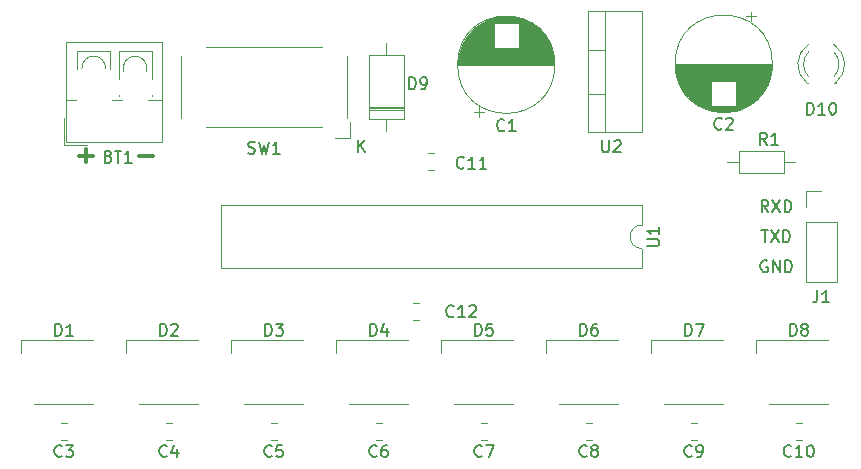
<source format=gbr>
%TF.GenerationSoftware,KiCad,Pcbnew,(5.1.9)-1*%
%TF.CreationDate,2021-05-12T14:49:38+07:00*%
%TF.ProjectId,finalProject,66696e61-6c50-4726-9f6a-6563742e6b69,rev?*%
%TF.SameCoordinates,Original*%
%TF.FileFunction,Legend,Top*%
%TF.FilePolarity,Positive*%
%FSLAX46Y46*%
G04 Gerber Fmt 4.6, Leading zero omitted, Abs format (unit mm)*
G04 Created by KiCad (PCBNEW (5.1.9)-1) date 2021-05-12 14:49:38*
%MOMM*%
%LPD*%
G01*
G04 APERTURE LIST*
%ADD10C,0.300000*%
%ADD11C,0.150000*%
%ADD12C,0.120000*%
G04 APERTURE END LIST*
D10*
X115633571Y-85832142D02*
X116776428Y-85832142D01*
X110553571Y-85832142D02*
X111696428Y-85832142D01*
X111125000Y-86403571D02*
X111125000Y-85260714D01*
D11*
X168783095Y-94750000D02*
X168687857Y-94702380D01*
X168545000Y-94702380D01*
X168402142Y-94750000D01*
X168306904Y-94845238D01*
X168259285Y-94940476D01*
X168211666Y-95130952D01*
X168211666Y-95273809D01*
X168259285Y-95464285D01*
X168306904Y-95559523D01*
X168402142Y-95654761D01*
X168545000Y-95702380D01*
X168640238Y-95702380D01*
X168783095Y-95654761D01*
X168830714Y-95607142D01*
X168830714Y-95273809D01*
X168640238Y-95273809D01*
X169259285Y-95702380D02*
X169259285Y-94702380D01*
X169830714Y-95702380D01*
X169830714Y-94702380D01*
X170306904Y-95702380D02*
X170306904Y-94702380D01*
X170545000Y-94702380D01*
X170687857Y-94750000D01*
X170783095Y-94845238D01*
X170830714Y-94940476D01*
X170878333Y-95130952D01*
X170878333Y-95273809D01*
X170830714Y-95464285D01*
X170783095Y-95559523D01*
X170687857Y-95654761D01*
X170545000Y-95702380D01*
X170306904Y-95702380D01*
X168283095Y-92162380D02*
X168854523Y-92162380D01*
X168568809Y-93162380D02*
X168568809Y-92162380D01*
X169092619Y-92162380D02*
X169759285Y-93162380D01*
X169759285Y-92162380D02*
X169092619Y-93162380D01*
X170140238Y-93162380D02*
X170140238Y-92162380D01*
X170378333Y-92162380D01*
X170521190Y-92210000D01*
X170616428Y-92305238D01*
X170664047Y-92400476D01*
X170711666Y-92590952D01*
X170711666Y-92733809D01*
X170664047Y-92924285D01*
X170616428Y-93019523D01*
X170521190Y-93114761D01*
X170378333Y-93162380D01*
X170140238Y-93162380D01*
X168878333Y-90622380D02*
X168545000Y-90146190D01*
X168306904Y-90622380D02*
X168306904Y-89622380D01*
X168687857Y-89622380D01*
X168783095Y-89670000D01*
X168830714Y-89717619D01*
X168878333Y-89812857D01*
X168878333Y-89955714D01*
X168830714Y-90050952D01*
X168783095Y-90098571D01*
X168687857Y-90146190D01*
X168306904Y-90146190D01*
X169211666Y-89622380D02*
X169878333Y-90622380D01*
X169878333Y-89622380D02*
X169211666Y-90622380D01*
X170259285Y-90622380D02*
X170259285Y-89622380D01*
X170497380Y-89622380D01*
X170640238Y-89670000D01*
X170735476Y-89765238D01*
X170783095Y-89860476D01*
X170830714Y-90050952D01*
X170830714Y-90193809D01*
X170783095Y-90384285D01*
X170735476Y-90479523D01*
X170640238Y-90574761D01*
X170497380Y-90622380D01*
X170259285Y-90622380D01*
D12*
%TO.C,C12*%
X138803748Y-98325000D02*
X139326252Y-98325000D01*
X138803748Y-99795000D02*
X139326252Y-99795000D01*
%TO.C,C11*%
X140574752Y-87095000D02*
X140052248Y-87095000D01*
X140574752Y-85625000D02*
X140052248Y-85625000D01*
%TO.C,C10*%
X171711252Y-109955000D02*
X171188748Y-109955000D01*
X171711252Y-108485000D02*
X171188748Y-108485000D01*
%TO.C,C9*%
X162821252Y-109955000D02*
X162298748Y-109955000D01*
X162821252Y-108485000D02*
X162298748Y-108485000D01*
%TO.C,C8*%
X153931252Y-109955000D02*
X153408748Y-109955000D01*
X153931252Y-108485000D02*
X153408748Y-108485000D01*
%TO.C,C7*%
X145041252Y-109955000D02*
X144518748Y-109955000D01*
X145041252Y-108485000D02*
X144518748Y-108485000D01*
%TO.C,C6*%
X136151252Y-109955000D02*
X135628748Y-109955000D01*
X136151252Y-108485000D02*
X135628748Y-108485000D01*
%TO.C,C5*%
X127261252Y-109955000D02*
X126738748Y-109955000D01*
X127261252Y-108485000D02*
X126738748Y-108485000D01*
%TO.C,C4*%
X118371252Y-109955000D02*
X117848748Y-109955000D01*
X118371252Y-108485000D02*
X117848748Y-108485000D01*
%TO.C,C3*%
X109481252Y-109955000D02*
X108958748Y-109955000D01*
X109481252Y-108485000D02*
X108958748Y-108485000D01*
%TO.C,J1*%
X172025000Y-96580000D02*
X174685000Y-96580000D01*
X172025000Y-91440000D02*
X172025000Y-96580000D01*
X174685000Y-91440000D02*
X174685000Y-96580000D01*
X172025000Y-91440000D02*
X174685000Y-91440000D01*
X172025000Y-90170000D02*
X172025000Y-88840000D01*
X172025000Y-88840000D02*
X173355000Y-88840000D01*
%TO.C,U2*%
X153575000Y-83860000D02*
X153575000Y-73620000D01*
X158216000Y-83860000D02*
X158216000Y-73620000D01*
X153575000Y-83860000D02*
X158216000Y-83860000D01*
X153575000Y-73620000D02*
X158216000Y-73620000D01*
X155085000Y-83860000D02*
X155085000Y-73620000D01*
X153575000Y-80590000D02*
X155085000Y-80590000D01*
X153575000Y-76889000D02*
X155085000Y-76889000D01*
%TO.C,U1*%
X158175000Y-91710000D02*
X158175000Y-90060000D01*
X158175000Y-90060000D02*
X122495000Y-90060000D01*
X122495000Y-90060000D02*
X122495000Y-95360000D01*
X122495000Y-95360000D02*
X158175000Y-95360000D01*
X158175000Y-95360000D02*
X158175000Y-93710000D01*
X158175000Y-93710000D02*
G75*
G02*
X158175000Y-91710000I0J1000000D01*
G01*
%TO.C,SW1*%
X133475000Y-84330000D02*
X132175000Y-84330000D01*
X133475000Y-83030000D02*
X133475000Y-84330000D01*
X121225000Y-76680000D02*
X131125000Y-76680000D01*
X131125000Y-83380000D02*
X121225000Y-83380000D01*
X133175000Y-77430000D02*
X133175000Y-82630000D01*
X119175000Y-82630000D02*
X119175000Y-77430000D01*
%TO.C,R1*%
X170195000Y-87280000D02*
X170195000Y-85440000D01*
X170195000Y-85440000D02*
X166355000Y-85440000D01*
X166355000Y-85440000D02*
X166355000Y-87280000D01*
X166355000Y-87280000D02*
X170195000Y-87280000D01*
X171145000Y-86360000D02*
X170195000Y-86360000D01*
X165405000Y-86360000D02*
X166355000Y-86360000D01*
%TO.C,D10*%
X172119000Y-79665000D02*
X172275000Y-79665000D01*
X174435000Y-79665000D02*
X174591000Y-79665000D01*
X174434837Y-77063870D02*
G75*
G02*
X174435000Y-79145961I-1079837J-1041130D01*
G01*
X172275163Y-77063870D02*
G75*
G03*
X172275000Y-79145961I1079837J-1041130D01*
G01*
X174433608Y-76432665D02*
G75*
G02*
X174590516Y-79665000I-1078608J-1672335D01*
G01*
X172276392Y-76432665D02*
G75*
G03*
X172119484Y-79665000I1078608J-1672335D01*
G01*
%TO.C,D9*%
X135055000Y-82730000D02*
X137995000Y-82730000D01*
X137995000Y-82730000D02*
X137995000Y-77290000D01*
X137995000Y-77290000D02*
X135055000Y-77290000D01*
X135055000Y-77290000D02*
X135055000Y-82730000D01*
X136525000Y-83750000D02*
X136525000Y-82730000D01*
X136525000Y-76270000D02*
X136525000Y-77290000D01*
X135055000Y-81830000D02*
X137995000Y-81830000D01*
X135055000Y-81710000D02*
X137995000Y-81710000D01*
X135055000Y-81950000D02*
X137995000Y-81950000D01*
%TO.C,D8*%
X167850000Y-101440000D02*
X173950000Y-101440000D01*
X167850000Y-102540000D02*
X167850000Y-101440000D01*
X173950000Y-106840000D02*
X168950000Y-106840000D01*
%TO.C,D7*%
X158960000Y-101440000D02*
X165060000Y-101440000D01*
X158960000Y-102540000D02*
X158960000Y-101440000D01*
X165060000Y-106840000D02*
X160060000Y-106840000D01*
%TO.C,D6*%
X150070000Y-101440000D02*
X156170000Y-101440000D01*
X150070000Y-102540000D02*
X150070000Y-101440000D01*
X156170000Y-106840000D02*
X151170000Y-106840000D01*
%TO.C,D5*%
X141180000Y-101440000D02*
X147280000Y-101440000D01*
X141180000Y-102540000D02*
X141180000Y-101440000D01*
X147280000Y-106840000D02*
X142280000Y-106840000D01*
%TO.C,D4*%
X132290000Y-101440000D02*
X138390000Y-101440000D01*
X132290000Y-102540000D02*
X132290000Y-101440000D01*
X138390000Y-106840000D02*
X133390000Y-106840000D01*
%TO.C,D3*%
X123400000Y-101440000D02*
X129500000Y-101440000D01*
X123400000Y-102540000D02*
X123400000Y-101440000D01*
X129500000Y-106840000D02*
X124500000Y-106840000D01*
%TO.C,D2*%
X114510000Y-101440000D02*
X120610000Y-101440000D01*
X114510000Y-102540000D02*
X114510000Y-101440000D01*
X120610000Y-106840000D02*
X115610000Y-106840000D01*
%TO.C,D1*%
X105620000Y-101440000D02*
X111720000Y-101440000D01*
X105620000Y-102540000D02*
X105620000Y-101440000D01*
X111720000Y-106840000D02*
X106720000Y-106840000D01*
%TO.C,C2*%
X169220000Y-78065000D02*
G75*
G03*
X169220000Y-78065000I-4120000J0D01*
G01*
X169180000Y-78065000D02*
X161020000Y-78065000D01*
X169180000Y-78105000D02*
X161020000Y-78105000D01*
X169180000Y-78145000D02*
X161020000Y-78145000D01*
X169179000Y-78185000D02*
X161021000Y-78185000D01*
X169177000Y-78225000D02*
X161023000Y-78225000D01*
X169176000Y-78265000D02*
X161024000Y-78265000D01*
X169174000Y-78305000D02*
X161026000Y-78305000D01*
X169171000Y-78345000D02*
X161029000Y-78345000D01*
X169168000Y-78385000D02*
X161032000Y-78385000D01*
X169165000Y-78425000D02*
X161035000Y-78425000D01*
X169161000Y-78465000D02*
X161039000Y-78465000D01*
X169157000Y-78505000D02*
X161043000Y-78505000D01*
X169152000Y-78545000D02*
X161048000Y-78545000D01*
X169148000Y-78585000D02*
X161052000Y-78585000D01*
X169142000Y-78625000D02*
X161058000Y-78625000D01*
X169137000Y-78665000D02*
X161063000Y-78665000D01*
X169130000Y-78705000D02*
X161070000Y-78705000D01*
X169124000Y-78745000D02*
X161076000Y-78745000D01*
X169117000Y-78786000D02*
X161083000Y-78786000D01*
X169110000Y-78826000D02*
X161090000Y-78826000D01*
X169102000Y-78866000D02*
X161098000Y-78866000D01*
X169094000Y-78906000D02*
X161106000Y-78906000D01*
X169085000Y-78946000D02*
X161115000Y-78946000D01*
X169076000Y-78986000D02*
X161124000Y-78986000D01*
X169067000Y-79026000D02*
X161133000Y-79026000D01*
X169057000Y-79066000D02*
X161143000Y-79066000D01*
X169047000Y-79106000D02*
X161153000Y-79106000D01*
X169036000Y-79146000D02*
X161164000Y-79146000D01*
X169025000Y-79186000D02*
X161175000Y-79186000D01*
X169014000Y-79226000D02*
X161186000Y-79226000D01*
X169002000Y-79266000D02*
X161198000Y-79266000D01*
X168989000Y-79306000D02*
X161211000Y-79306000D01*
X168977000Y-79346000D02*
X161223000Y-79346000D01*
X168963000Y-79386000D02*
X161237000Y-79386000D01*
X168950000Y-79426000D02*
X161250000Y-79426000D01*
X168935000Y-79466000D02*
X161265000Y-79466000D01*
X168921000Y-79506000D02*
X161279000Y-79506000D01*
X168905000Y-79546000D02*
X166140000Y-79546000D01*
X164060000Y-79546000D02*
X161295000Y-79546000D01*
X168890000Y-79586000D02*
X166140000Y-79586000D01*
X164060000Y-79586000D02*
X161310000Y-79586000D01*
X168874000Y-79626000D02*
X166140000Y-79626000D01*
X164060000Y-79626000D02*
X161326000Y-79626000D01*
X168857000Y-79666000D02*
X166140000Y-79666000D01*
X164060000Y-79666000D02*
X161343000Y-79666000D01*
X168840000Y-79706000D02*
X166140000Y-79706000D01*
X164060000Y-79706000D02*
X161360000Y-79706000D01*
X168822000Y-79746000D02*
X166140000Y-79746000D01*
X164060000Y-79746000D02*
X161378000Y-79746000D01*
X168804000Y-79786000D02*
X166140000Y-79786000D01*
X164060000Y-79786000D02*
X161396000Y-79786000D01*
X168786000Y-79826000D02*
X166140000Y-79826000D01*
X164060000Y-79826000D02*
X161414000Y-79826000D01*
X168766000Y-79866000D02*
X166140000Y-79866000D01*
X164060000Y-79866000D02*
X161434000Y-79866000D01*
X168747000Y-79906000D02*
X166140000Y-79906000D01*
X164060000Y-79906000D02*
X161453000Y-79906000D01*
X168727000Y-79946000D02*
X166140000Y-79946000D01*
X164060000Y-79946000D02*
X161473000Y-79946000D01*
X168706000Y-79986000D02*
X166140000Y-79986000D01*
X164060000Y-79986000D02*
X161494000Y-79986000D01*
X168684000Y-80026000D02*
X166140000Y-80026000D01*
X164060000Y-80026000D02*
X161516000Y-80026000D01*
X168662000Y-80066000D02*
X166140000Y-80066000D01*
X164060000Y-80066000D02*
X161538000Y-80066000D01*
X168640000Y-80106000D02*
X166140000Y-80106000D01*
X164060000Y-80106000D02*
X161560000Y-80106000D01*
X168617000Y-80146000D02*
X166140000Y-80146000D01*
X164060000Y-80146000D02*
X161583000Y-80146000D01*
X168593000Y-80186000D02*
X166140000Y-80186000D01*
X164060000Y-80186000D02*
X161607000Y-80186000D01*
X168569000Y-80226000D02*
X166140000Y-80226000D01*
X164060000Y-80226000D02*
X161631000Y-80226000D01*
X168544000Y-80266000D02*
X166140000Y-80266000D01*
X164060000Y-80266000D02*
X161656000Y-80266000D01*
X168518000Y-80306000D02*
X166140000Y-80306000D01*
X164060000Y-80306000D02*
X161682000Y-80306000D01*
X168492000Y-80346000D02*
X166140000Y-80346000D01*
X164060000Y-80346000D02*
X161708000Y-80346000D01*
X168465000Y-80386000D02*
X166140000Y-80386000D01*
X164060000Y-80386000D02*
X161735000Y-80386000D01*
X168438000Y-80426000D02*
X166140000Y-80426000D01*
X164060000Y-80426000D02*
X161762000Y-80426000D01*
X168409000Y-80466000D02*
X166140000Y-80466000D01*
X164060000Y-80466000D02*
X161791000Y-80466000D01*
X168380000Y-80506000D02*
X166140000Y-80506000D01*
X164060000Y-80506000D02*
X161820000Y-80506000D01*
X168350000Y-80546000D02*
X166140000Y-80546000D01*
X164060000Y-80546000D02*
X161850000Y-80546000D01*
X168320000Y-80586000D02*
X166140000Y-80586000D01*
X164060000Y-80586000D02*
X161880000Y-80586000D01*
X168289000Y-80626000D02*
X166140000Y-80626000D01*
X164060000Y-80626000D02*
X161911000Y-80626000D01*
X168256000Y-80666000D02*
X166140000Y-80666000D01*
X164060000Y-80666000D02*
X161944000Y-80666000D01*
X168224000Y-80706000D02*
X166140000Y-80706000D01*
X164060000Y-80706000D02*
X161976000Y-80706000D01*
X168190000Y-80746000D02*
X166140000Y-80746000D01*
X164060000Y-80746000D02*
X162010000Y-80746000D01*
X168155000Y-80786000D02*
X166140000Y-80786000D01*
X164060000Y-80786000D02*
X162045000Y-80786000D01*
X168119000Y-80826000D02*
X166140000Y-80826000D01*
X164060000Y-80826000D02*
X162081000Y-80826000D01*
X168083000Y-80866000D02*
X166140000Y-80866000D01*
X164060000Y-80866000D02*
X162117000Y-80866000D01*
X168045000Y-80906000D02*
X166140000Y-80906000D01*
X164060000Y-80906000D02*
X162155000Y-80906000D01*
X168007000Y-80946000D02*
X166140000Y-80946000D01*
X164060000Y-80946000D02*
X162193000Y-80946000D01*
X167967000Y-80986000D02*
X166140000Y-80986000D01*
X164060000Y-80986000D02*
X162233000Y-80986000D01*
X167926000Y-81026000D02*
X166140000Y-81026000D01*
X164060000Y-81026000D02*
X162274000Y-81026000D01*
X167884000Y-81066000D02*
X166140000Y-81066000D01*
X164060000Y-81066000D02*
X162316000Y-81066000D01*
X167841000Y-81106000D02*
X166140000Y-81106000D01*
X164060000Y-81106000D02*
X162359000Y-81106000D01*
X167797000Y-81146000D02*
X166140000Y-81146000D01*
X164060000Y-81146000D02*
X162403000Y-81146000D01*
X167751000Y-81186000D02*
X166140000Y-81186000D01*
X164060000Y-81186000D02*
X162449000Y-81186000D01*
X167704000Y-81226000D02*
X166140000Y-81226000D01*
X164060000Y-81226000D02*
X162496000Y-81226000D01*
X167656000Y-81266000D02*
X166140000Y-81266000D01*
X164060000Y-81266000D02*
X162544000Y-81266000D01*
X167605000Y-81306000D02*
X166140000Y-81306000D01*
X164060000Y-81306000D02*
X162595000Y-81306000D01*
X167554000Y-81346000D02*
X166140000Y-81346000D01*
X164060000Y-81346000D02*
X162646000Y-81346000D01*
X167500000Y-81386000D02*
X166140000Y-81386000D01*
X164060000Y-81386000D02*
X162700000Y-81386000D01*
X167445000Y-81426000D02*
X166140000Y-81426000D01*
X164060000Y-81426000D02*
X162755000Y-81426000D01*
X167387000Y-81466000D02*
X166140000Y-81466000D01*
X164060000Y-81466000D02*
X162813000Y-81466000D01*
X167328000Y-81506000D02*
X166140000Y-81506000D01*
X164060000Y-81506000D02*
X162872000Y-81506000D01*
X167266000Y-81546000D02*
X166140000Y-81546000D01*
X164060000Y-81546000D02*
X162934000Y-81546000D01*
X167202000Y-81586000D02*
X166140000Y-81586000D01*
X164060000Y-81586000D02*
X162998000Y-81586000D01*
X167134000Y-81626000D02*
X163066000Y-81626000D01*
X167064000Y-81666000D02*
X163136000Y-81666000D01*
X166990000Y-81706000D02*
X163210000Y-81706000D01*
X166913000Y-81746000D02*
X163287000Y-81746000D01*
X166831000Y-81786000D02*
X163369000Y-81786000D01*
X166745000Y-81826000D02*
X163455000Y-81826000D01*
X166652000Y-81866000D02*
X163548000Y-81866000D01*
X166553000Y-81906000D02*
X163647000Y-81906000D01*
X166446000Y-81946000D02*
X163754000Y-81946000D01*
X166329000Y-81986000D02*
X163871000Y-81986000D01*
X166198000Y-82026000D02*
X164002000Y-82026000D01*
X166048000Y-82066000D02*
X164152000Y-82066000D01*
X165868000Y-82106000D02*
X164332000Y-82106000D01*
X165633000Y-82146000D02*
X164567000Y-82146000D01*
X167415000Y-73655302D02*
X167415000Y-74455302D01*
X167815000Y-74055302D02*
X167015000Y-74055302D01*
%TO.C,C1*%
X150805000Y-78145000D02*
G75*
G03*
X150805000Y-78145000I-4120000J0D01*
G01*
X142605000Y-78145000D02*
X150765000Y-78145000D01*
X142605000Y-78105000D02*
X150765000Y-78105000D01*
X142605000Y-78065000D02*
X150765000Y-78065000D01*
X142606000Y-78025000D02*
X150764000Y-78025000D01*
X142608000Y-77985000D02*
X150762000Y-77985000D01*
X142609000Y-77945000D02*
X150761000Y-77945000D01*
X142611000Y-77905000D02*
X150759000Y-77905000D01*
X142614000Y-77865000D02*
X150756000Y-77865000D01*
X142617000Y-77825000D02*
X150753000Y-77825000D01*
X142620000Y-77785000D02*
X150750000Y-77785000D01*
X142624000Y-77745000D02*
X150746000Y-77745000D01*
X142628000Y-77705000D02*
X150742000Y-77705000D01*
X142633000Y-77665000D02*
X150737000Y-77665000D01*
X142637000Y-77625000D02*
X150733000Y-77625000D01*
X142643000Y-77585000D02*
X150727000Y-77585000D01*
X142648000Y-77545000D02*
X150722000Y-77545000D01*
X142655000Y-77505000D02*
X150715000Y-77505000D01*
X142661000Y-77465000D02*
X150709000Y-77465000D01*
X142668000Y-77424000D02*
X150702000Y-77424000D01*
X142675000Y-77384000D02*
X150695000Y-77384000D01*
X142683000Y-77344000D02*
X150687000Y-77344000D01*
X142691000Y-77304000D02*
X150679000Y-77304000D01*
X142700000Y-77264000D02*
X150670000Y-77264000D01*
X142709000Y-77224000D02*
X150661000Y-77224000D01*
X142718000Y-77184000D02*
X150652000Y-77184000D01*
X142728000Y-77144000D02*
X150642000Y-77144000D01*
X142738000Y-77104000D02*
X150632000Y-77104000D01*
X142749000Y-77064000D02*
X150621000Y-77064000D01*
X142760000Y-77024000D02*
X150610000Y-77024000D01*
X142771000Y-76984000D02*
X150599000Y-76984000D01*
X142783000Y-76944000D02*
X150587000Y-76944000D01*
X142796000Y-76904000D02*
X150574000Y-76904000D01*
X142808000Y-76864000D02*
X150562000Y-76864000D01*
X142822000Y-76824000D02*
X150548000Y-76824000D01*
X142835000Y-76784000D02*
X150535000Y-76784000D01*
X142850000Y-76744000D02*
X150520000Y-76744000D01*
X142864000Y-76704000D02*
X150506000Y-76704000D01*
X142880000Y-76664000D02*
X145645000Y-76664000D01*
X147725000Y-76664000D02*
X150490000Y-76664000D01*
X142895000Y-76624000D02*
X145645000Y-76624000D01*
X147725000Y-76624000D02*
X150475000Y-76624000D01*
X142911000Y-76584000D02*
X145645000Y-76584000D01*
X147725000Y-76584000D02*
X150459000Y-76584000D01*
X142928000Y-76544000D02*
X145645000Y-76544000D01*
X147725000Y-76544000D02*
X150442000Y-76544000D01*
X142945000Y-76504000D02*
X145645000Y-76504000D01*
X147725000Y-76504000D02*
X150425000Y-76504000D01*
X142963000Y-76464000D02*
X145645000Y-76464000D01*
X147725000Y-76464000D02*
X150407000Y-76464000D01*
X142981000Y-76424000D02*
X145645000Y-76424000D01*
X147725000Y-76424000D02*
X150389000Y-76424000D01*
X142999000Y-76384000D02*
X145645000Y-76384000D01*
X147725000Y-76384000D02*
X150371000Y-76384000D01*
X143019000Y-76344000D02*
X145645000Y-76344000D01*
X147725000Y-76344000D02*
X150351000Y-76344000D01*
X143038000Y-76304000D02*
X145645000Y-76304000D01*
X147725000Y-76304000D02*
X150332000Y-76304000D01*
X143058000Y-76264000D02*
X145645000Y-76264000D01*
X147725000Y-76264000D02*
X150312000Y-76264000D01*
X143079000Y-76224000D02*
X145645000Y-76224000D01*
X147725000Y-76224000D02*
X150291000Y-76224000D01*
X143101000Y-76184000D02*
X145645000Y-76184000D01*
X147725000Y-76184000D02*
X150269000Y-76184000D01*
X143123000Y-76144000D02*
X145645000Y-76144000D01*
X147725000Y-76144000D02*
X150247000Y-76144000D01*
X143145000Y-76104000D02*
X145645000Y-76104000D01*
X147725000Y-76104000D02*
X150225000Y-76104000D01*
X143168000Y-76064000D02*
X145645000Y-76064000D01*
X147725000Y-76064000D02*
X150202000Y-76064000D01*
X143192000Y-76024000D02*
X145645000Y-76024000D01*
X147725000Y-76024000D02*
X150178000Y-76024000D01*
X143216000Y-75984000D02*
X145645000Y-75984000D01*
X147725000Y-75984000D02*
X150154000Y-75984000D01*
X143241000Y-75944000D02*
X145645000Y-75944000D01*
X147725000Y-75944000D02*
X150129000Y-75944000D01*
X143267000Y-75904000D02*
X145645000Y-75904000D01*
X147725000Y-75904000D02*
X150103000Y-75904000D01*
X143293000Y-75864000D02*
X145645000Y-75864000D01*
X147725000Y-75864000D02*
X150077000Y-75864000D01*
X143320000Y-75824000D02*
X145645000Y-75824000D01*
X147725000Y-75824000D02*
X150050000Y-75824000D01*
X143347000Y-75784000D02*
X145645000Y-75784000D01*
X147725000Y-75784000D02*
X150023000Y-75784000D01*
X143376000Y-75744000D02*
X145645000Y-75744000D01*
X147725000Y-75744000D02*
X149994000Y-75744000D01*
X143405000Y-75704000D02*
X145645000Y-75704000D01*
X147725000Y-75704000D02*
X149965000Y-75704000D01*
X143435000Y-75664000D02*
X145645000Y-75664000D01*
X147725000Y-75664000D02*
X149935000Y-75664000D01*
X143465000Y-75624000D02*
X145645000Y-75624000D01*
X147725000Y-75624000D02*
X149905000Y-75624000D01*
X143496000Y-75584000D02*
X145645000Y-75584000D01*
X147725000Y-75584000D02*
X149874000Y-75584000D01*
X143529000Y-75544000D02*
X145645000Y-75544000D01*
X147725000Y-75544000D02*
X149841000Y-75544000D01*
X143561000Y-75504000D02*
X145645000Y-75504000D01*
X147725000Y-75504000D02*
X149809000Y-75504000D01*
X143595000Y-75464000D02*
X145645000Y-75464000D01*
X147725000Y-75464000D02*
X149775000Y-75464000D01*
X143630000Y-75424000D02*
X145645000Y-75424000D01*
X147725000Y-75424000D02*
X149740000Y-75424000D01*
X143666000Y-75384000D02*
X145645000Y-75384000D01*
X147725000Y-75384000D02*
X149704000Y-75384000D01*
X143702000Y-75344000D02*
X145645000Y-75344000D01*
X147725000Y-75344000D02*
X149668000Y-75344000D01*
X143740000Y-75304000D02*
X145645000Y-75304000D01*
X147725000Y-75304000D02*
X149630000Y-75304000D01*
X143778000Y-75264000D02*
X145645000Y-75264000D01*
X147725000Y-75264000D02*
X149592000Y-75264000D01*
X143818000Y-75224000D02*
X145645000Y-75224000D01*
X147725000Y-75224000D02*
X149552000Y-75224000D01*
X143859000Y-75184000D02*
X145645000Y-75184000D01*
X147725000Y-75184000D02*
X149511000Y-75184000D01*
X143901000Y-75144000D02*
X145645000Y-75144000D01*
X147725000Y-75144000D02*
X149469000Y-75144000D01*
X143944000Y-75104000D02*
X145645000Y-75104000D01*
X147725000Y-75104000D02*
X149426000Y-75104000D01*
X143988000Y-75064000D02*
X145645000Y-75064000D01*
X147725000Y-75064000D02*
X149382000Y-75064000D01*
X144034000Y-75024000D02*
X145645000Y-75024000D01*
X147725000Y-75024000D02*
X149336000Y-75024000D01*
X144081000Y-74984000D02*
X145645000Y-74984000D01*
X147725000Y-74984000D02*
X149289000Y-74984000D01*
X144129000Y-74944000D02*
X145645000Y-74944000D01*
X147725000Y-74944000D02*
X149241000Y-74944000D01*
X144180000Y-74904000D02*
X145645000Y-74904000D01*
X147725000Y-74904000D02*
X149190000Y-74904000D01*
X144231000Y-74864000D02*
X145645000Y-74864000D01*
X147725000Y-74864000D02*
X149139000Y-74864000D01*
X144285000Y-74824000D02*
X145645000Y-74824000D01*
X147725000Y-74824000D02*
X149085000Y-74824000D01*
X144340000Y-74784000D02*
X145645000Y-74784000D01*
X147725000Y-74784000D02*
X149030000Y-74784000D01*
X144398000Y-74744000D02*
X145645000Y-74744000D01*
X147725000Y-74744000D02*
X148972000Y-74744000D01*
X144457000Y-74704000D02*
X145645000Y-74704000D01*
X147725000Y-74704000D02*
X148913000Y-74704000D01*
X144519000Y-74664000D02*
X145645000Y-74664000D01*
X147725000Y-74664000D02*
X148851000Y-74664000D01*
X144583000Y-74624000D02*
X145645000Y-74624000D01*
X147725000Y-74624000D02*
X148787000Y-74624000D01*
X144651000Y-74584000D02*
X148719000Y-74584000D01*
X144721000Y-74544000D02*
X148649000Y-74544000D01*
X144795000Y-74504000D02*
X148575000Y-74504000D01*
X144872000Y-74464000D02*
X148498000Y-74464000D01*
X144954000Y-74424000D02*
X148416000Y-74424000D01*
X145040000Y-74384000D02*
X148330000Y-74384000D01*
X145133000Y-74344000D02*
X148237000Y-74344000D01*
X145232000Y-74304000D02*
X148138000Y-74304000D01*
X145339000Y-74264000D02*
X148031000Y-74264000D01*
X145456000Y-74224000D02*
X147914000Y-74224000D01*
X145587000Y-74184000D02*
X147783000Y-74184000D01*
X145737000Y-74144000D02*
X147633000Y-74144000D01*
X145917000Y-74104000D02*
X147453000Y-74104000D01*
X146152000Y-74064000D02*
X147218000Y-74064000D01*
X144370000Y-82554698D02*
X144370000Y-81754698D01*
X143970000Y-82154698D02*
X144770000Y-82154698D01*
%TO.C,BT1*%
X109450000Y-81111000D02*
X110220000Y-81111000D01*
X113300000Y-81111000D02*
X114127000Y-81111000D01*
X116394000Y-81111000D02*
X117570000Y-81111000D01*
X109450000Y-76250000D02*
X117570000Y-76250000D01*
X109450000Y-84670000D02*
X117570000Y-84670000D01*
X109450000Y-76250000D02*
X109450000Y-84670000D01*
X117570000Y-76250000D02*
X117570000Y-84670000D01*
X110360000Y-77010000D02*
X113160000Y-77010000D01*
X110360000Y-77010000D02*
X110360000Y-78470000D01*
X113160000Y-77010000D02*
X113160000Y-78470000D01*
X113860000Y-77010000D02*
X116660000Y-77010000D01*
X113860000Y-80760000D02*
X113861000Y-80760000D01*
X116660000Y-80760000D02*
X116660000Y-80760000D01*
X113860000Y-77010000D02*
X113860000Y-79321000D01*
X113860000Y-80699000D02*
X113860000Y-80760000D01*
X116660000Y-77010000D02*
X116660000Y-79321000D01*
X116660000Y-80699000D02*
X116660000Y-80760000D01*
X109210000Y-82670000D02*
X109210000Y-84910000D01*
X109210000Y-84910000D02*
X111210000Y-84910000D01*
X114320085Y-78752233D02*
G75*
G02*
X116200000Y-78752000I939915J342233D01*
G01*
X110762110Y-78480566D02*
G75*
G02*
X112758000Y-78479000I997890J70566D01*
G01*
%TO.C,C12*%
D11*
X142232142Y-99417142D02*
X142184523Y-99464761D01*
X142041666Y-99512380D01*
X141946428Y-99512380D01*
X141803571Y-99464761D01*
X141708333Y-99369523D01*
X141660714Y-99274285D01*
X141613095Y-99083809D01*
X141613095Y-98940952D01*
X141660714Y-98750476D01*
X141708333Y-98655238D01*
X141803571Y-98560000D01*
X141946428Y-98512380D01*
X142041666Y-98512380D01*
X142184523Y-98560000D01*
X142232142Y-98607619D01*
X143184523Y-99512380D02*
X142613095Y-99512380D01*
X142898809Y-99512380D02*
X142898809Y-98512380D01*
X142803571Y-98655238D01*
X142708333Y-98750476D01*
X142613095Y-98798095D01*
X143565476Y-98607619D02*
X143613095Y-98560000D01*
X143708333Y-98512380D01*
X143946428Y-98512380D01*
X144041666Y-98560000D01*
X144089285Y-98607619D01*
X144136904Y-98702857D01*
X144136904Y-98798095D01*
X144089285Y-98940952D01*
X143517857Y-99512380D01*
X144136904Y-99512380D01*
%TO.C,C11*%
X143099642Y-86844142D02*
X143052023Y-86891761D01*
X142909166Y-86939380D01*
X142813928Y-86939380D01*
X142671071Y-86891761D01*
X142575833Y-86796523D01*
X142528214Y-86701285D01*
X142480595Y-86510809D01*
X142480595Y-86367952D01*
X142528214Y-86177476D01*
X142575833Y-86082238D01*
X142671071Y-85987000D01*
X142813928Y-85939380D01*
X142909166Y-85939380D01*
X143052023Y-85987000D01*
X143099642Y-86034619D01*
X144052023Y-86939380D02*
X143480595Y-86939380D01*
X143766309Y-86939380D02*
X143766309Y-85939380D01*
X143671071Y-86082238D01*
X143575833Y-86177476D01*
X143480595Y-86225095D01*
X145004404Y-86939380D02*
X144432976Y-86939380D01*
X144718690Y-86939380D02*
X144718690Y-85939380D01*
X144623452Y-86082238D01*
X144528214Y-86177476D01*
X144432976Y-86225095D01*
%TO.C,C10*%
X170807142Y-111257142D02*
X170759523Y-111304761D01*
X170616666Y-111352380D01*
X170521428Y-111352380D01*
X170378571Y-111304761D01*
X170283333Y-111209523D01*
X170235714Y-111114285D01*
X170188095Y-110923809D01*
X170188095Y-110780952D01*
X170235714Y-110590476D01*
X170283333Y-110495238D01*
X170378571Y-110400000D01*
X170521428Y-110352380D01*
X170616666Y-110352380D01*
X170759523Y-110400000D01*
X170807142Y-110447619D01*
X171759523Y-111352380D02*
X171188095Y-111352380D01*
X171473809Y-111352380D02*
X171473809Y-110352380D01*
X171378571Y-110495238D01*
X171283333Y-110590476D01*
X171188095Y-110638095D01*
X172378571Y-110352380D02*
X172473809Y-110352380D01*
X172569047Y-110400000D01*
X172616666Y-110447619D01*
X172664285Y-110542857D01*
X172711904Y-110733333D01*
X172711904Y-110971428D01*
X172664285Y-111161904D01*
X172616666Y-111257142D01*
X172569047Y-111304761D01*
X172473809Y-111352380D01*
X172378571Y-111352380D01*
X172283333Y-111304761D01*
X172235714Y-111257142D01*
X172188095Y-111161904D01*
X172140476Y-110971428D01*
X172140476Y-110733333D01*
X172188095Y-110542857D01*
X172235714Y-110447619D01*
X172283333Y-110400000D01*
X172378571Y-110352380D01*
%TO.C,C9*%
X162393333Y-111257142D02*
X162345714Y-111304761D01*
X162202857Y-111352380D01*
X162107619Y-111352380D01*
X161964761Y-111304761D01*
X161869523Y-111209523D01*
X161821904Y-111114285D01*
X161774285Y-110923809D01*
X161774285Y-110780952D01*
X161821904Y-110590476D01*
X161869523Y-110495238D01*
X161964761Y-110400000D01*
X162107619Y-110352380D01*
X162202857Y-110352380D01*
X162345714Y-110400000D01*
X162393333Y-110447619D01*
X162869523Y-111352380D02*
X163060000Y-111352380D01*
X163155238Y-111304761D01*
X163202857Y-111257142D01*
X163298095Y-111114285D01*
X163345714Y-110923809D01*
X163345714Y-110542857D01*
X163298095Y-110447619D01*
X163250476Y-110400000D01*
X163155238Y-110352380D01*
X162964761Y-110352380D01*
X162869523Y-110400000D01*
X162821904Y-110447619D01*
X162774285Y-110542857D01*
X162774285Y-110780952D01*
X162821904Y-110876190D01*
X162869523Y-110923809D01*
X162964761Y-110971428D01*
X163155238Y-110971428D01*
X163250476Y-110923809D01*
X163298095Y-110876190D01*
X163345714Y-110780952D01*
%TO.C,C8*%
X153503333Y-111257142D02*
X153455714Y-111304761D01*
X153312857Y-111352380D01*
X153217619Y-111352380D01*
X153074761Y-111304761D01*
X152979523Y-111209523D01*
X152931904Y-111114285D01*
X152884285Y-110923809D01*
X152884285Y-110780952D01*
X152931904Y-110590476D01*
X152979523Y-110495238D01*
X153074761Y-110400000D01*
X153217619Y-110352380D01*
X153312857Y-110352380D01*
X153455714Y-110400000D01*
X153503333Y-110447619D01*
X154074761Y-110780952D02*
X153979523Y-110733333D01*
X153931904Y-110685714D01*
X153884285Y-110590476D01*
X153884285Y-110542857D01*
X153931904Y-110447619D01*
X153979523Y-110400000D01*
X154074761Y-110352380D01*
X154265238Y-110352380D01*
X154360476Y-110400000D01*
X154408095Y-110447619D01*
X154455714Y-110542857D01*
X154455714Y-110590476D01*
X154408095Y-110685714D01*
X154360476Y-110733333D01*
X154265238Y-110780952D01*
X154074761Y-110780952D01*
X153979523Y-110828571D01*
X153931904Y-110876190D01*
X153884285Y-110971428D01*
X153884285Y-111161904D01*
X153931904Y-111257142D01*
X153979523Y-111304761D01*
X154074761Y-111352380D01*
X154265238Y-111352380D01*
X154360476Y-111304761D01*
X154408095Y-111257142D01*
X154455714Y-111161904D01*
X154455714Y-110971428D01*
X154408095Y-110876190D01*
X154360476Y-110828571D01*
X154265238Y-110780952D01*
%TO.C,C7*%
X144613333Y-111257142D02*
X144565714Y-111304761D01*
X144422857Y-111352380D01*
X144327619Y-111352380D01*
X144184761Y-111304761D01*
X144089523Y-111209523D01*
X144041904Y-111114285D01*
X143994285Y-110923809D01*
X143994285Y-110780952D01*
X144041904Y-110590476D01*
X144089523Y-110495238D01*
X144184761Y-110400000D01*
X144327619Y-110352380D01*
X144422857Y-110352380D01*
X144565714Y-110400000D01*
X144613333Y-110447619D01*
X144946666Y-110352380D02*
X145613333Y-110352380D01*
X145184761Y-111352380D01*
%TO.C,C6*%
X135723333Y-111257142D02*
X135675714Y-111304761D01*
X135532857Y-111352380D01*
X135437619Y-111352380D01*
X135294761Y-111304761D01*
X135199523Y-111209523D01*
X135151904Y-111114285D01*
X135104285Y-110923809D01*
X135104285Y-110780952D01*
X135151904Y-110590476D01*
X135199523Y-110495238D01*
X135294761Y-110400000D01*
X135437619Y-110352380D01*
X135532857Y-110352380D01*
X135675714Y-110400000D01*
X135723333Y-110447619D01*
X136580476Y-110352380D02*
X136390000Y-110352380D01*
X136294761Y-110400000D01*
X136247142Y-110447619D01*
X136151904Y-110590476D01*
X136104285Y-110780952D01*
X136104285Y-111161904D01*
X136151904Y-111257142D01*
X136199523Y-111304761D01*
X136294761Y-111352380D01*
X136485238Y-111352380D01*
X136580476Y-111304761D01*
X136628095Y-111257142D01*
X136675714Y-111161904D01*
X136675714Y-110923809D01*
X136628095Y-110828571D01*
X136580476Y-110780952D01*
X136485238Y-110733333D01*
X136294761Y-110733333D01*
X136199523Y-110780952D01*
X136151904Y-110828571D01*
X136104285Y-110923809D01*
%TO.C,C5*%
X126833333Y-111257142D02*
X126785714Y-111304761D01*
X126642857Y-111352380D01*
X126547619Y-111352380D01*
X126404761Y-111304761D01*
X126309523Y-111209523D01*
X126261904Y-111114285D01*
X126214285Y-110923809D01*
X126214285Y-110780952D01*
X126261904Y-110590476D01*
X126309523Y-110495238D01*
X126404761Y-110400000D01*
X126547619Y-110352380D01*
X126642857Y-110352380D01*
X126785714Y-110400000D01*
X126833333Y-110447619D01*
X127738095Y-110352380D02*
X127261904Y-110352380D01*
X127214285Y-110828571D01*
X127261904Y-110780952D01*
X127357142Y-110733333D01*
X127595238Y-110733333D01*
X127690476Y-110780952D01*
X127738095Y-110828571D01*
X127785714Y-110923809D01*
X127785714Y-111161904D01*
X127738095Y-111257142D01*
X127690476Y-111304761D01*
X127595238Y-111352380D01*
X127357142Y-111352380D01*
X127261904Y-111304761D01*
X127214285Y-111257142D01*
%TO.C,C4*%
X117943333Y-111257142D02*
X117895714Y-111304761D01*
X117752857Y-111352380D01*
X117657619Y-111352380D01*
X117514761Y-111304761D01*
X117419523Y-111209523D01*
X117371904Y-111114285D01*
X117324285Y-110923809D01*
X117324285Y-110780952D01*
X117371904Y-110590476D01*
X117419523Y-110495238D01*
X117514761Y-110400000D01*
X117657619Y-110352380D01*
X117752857Y-110352380D01*
X117895714Y-110400000D01*
X117943333Y-110447619D01*
X118800476Y-110685714D02*
X118800476Y-111352380D01*
X118562380Y-110304761D02*
X118324285Y-111019047D01*
X118943333Y-111019047D01*
%TO.C,C3*%
X109053333Y-111257142D02*
X109005714Y-111304761D01*
X108862857Y-111352380D01*
X108767619Y-111352380D01*
X108624761Y-111304761D01*
X108529523Y-111209523D01*
X108481904Y-111114285D01*
X108434285Y-110923809D01*
X108434285Y-110780952D01*
X108481904Y-110590476D01*
X108529523Y-110495238D01*
X108624761Y-110400000D01*
X108767619Y-110352380D01*
X108862857Y-110352380D01*
X109005714Y-110400000D01*
X109053333Y-110447619D01*
X109386666Y-110352380D02*
X110005714Y-110352380D01*
X109672380Y-110733333D01*
X109815238Y-110733333D01*
X109910476Y-110780952D01*
X109958095Y-110828571D01*
X110005714Y-110923809D01*
X110005714Y-111161904D01*
X109958095Y-111257142D01*
X109910476Y-111304761D01*
X109815238Y-111352380D01*
X109529523Y-111352380D01*
X109434285Y-111304761D01*
X109386666Y-111257142D01*
%TO.C,J1*%
X173021666Y-97242380D02*
X173021666Y-97956666D01*
X172974047Y-98099523D01*
X172878809Y-98194761D01*
X172735952Y-98242380D01*
X172640714Y-98242380D01*
X174021666Y-98242380D02*
X173450238Y-98242380D01*
X173735952Y-98242380D02*
X173735952Y-97242380D01*
X173640714Y-97385238D01*
X173545476Y-97480476D01*
X173450238Y-97528095D01*
%TO.C,U2*%
X154813095Y-84542380D02*
X154813095Y-85351904D01*
X154860714Y-85447142D01*
X154908333Y-85494761D01*
X155003571Y-85542380D01*
X155194047Y-85542380D01*
X155289285Y-85494761D01*
X155336904Y-85447142D01*
X155384523Y-85351904D01*
X155384523Y-84542380D01*
X155813095Y-84637619D02*
X155860714Y-84590000D01*
X155955952Y-84542380D01*
X156194047Y-84542380D01*
X156289285Y-84590000D01*
X156336904Y-84637619D01*
X156384523Y-84732857D01*
X156384523Y-84828095D01*
X156336904Y-84970952D01*
X155765476Y-85542380D01*
X156384523Y-85542380D01*
%TO.C,U1*%
X158627380Y-93471904D02*
X159436904Y-93471904D01*
X159532142Y-93424285D01*
X159579761Y-93376666D01*
X159627380Y-93281428D01*
X159627380Y-93090952D01*
X159579761Y-92995714D01*
X159532142Y-92948095D01*
X159436904Y-92900476D01*
X158627380Y-92900476D01*
X159627380Y-91900476D02*
X159627380Y-92471904D01*
X159627380Y-92186190D02*
X158627380Y-92186190D01*
X158770238Y-92281428D01*
X158865476Y-92376666D01*
X158913095Y-92471904D01*
%TO.C,SW1*%
X124841666Y-85621761D02*
X124984523Y-85669380D01*
X125222619Y-85669380D01*
X125317857Y-85621761D01*
X125365476Y-85574142D01*
X125413095Y-85478904D01*
X125413095Y-85383666D01*
X125365476Y-85288428D01*
X125317857Y-85240809D01*
X125222619Y-85193190D01*
X125032142Y-85145571D01*
X124936904Y-85097952D01*
X124889285Y-85050333D01*
X124841666Y-84955095D01*
X124841666Y-84859857D01*
X124889285Y-84764619D01*
X124936904Y-84717000D01*
X125032142Y-84669380D01*
X125270238Y-84669380D01*
X125413095Y-84717000D01*
X125746428Y-84669380D02*
X125984523Y-85669380D01*
X126175000Y-84955095D01*
X126365476Y-85669380D01*
X126603571Y-84669380D01*
X127508333Y-85669380D02*
X126936904Y-85669380D01*
X127222619Y-85669380D02*
X127222619Y-84669380D01*
X127127380Y-84812238D01*
X127032142Y-84907476D01*
X126936904Y-84955095D01*
%TO.C,R1*%
X168743333Y-84907380D02*
X168410000Y-84431190D01*
X168171904Y-84907380D02*
X168171904Y-83907380D01*
X168552857Y-83907380D01*
X168648095Y-83955000D01*
X168695714Y-84002619D01*
X168743333Y-84097857D01*
X168743333Y-84240714D01*
X168695714Y-84335952D01*
X168648095Y-84383571D01*
X168552857Y-84431190D01*
X168171904Y-84431190D01*
X169695714Y-84907380D02*
X169124285Y-84907380D01*
X169410000Y-84907380D02*
X169410000Y-83907380D01*
X169314761Y-84050238D01*
X169219523Y-84145476D01*
X169124285Y-84193095D01*
%TO.C,D10*%
X172140714Y-82367380D02*
X172140714Y-81367380D01*
X172378809Y-81367380D01*
X172521666Y-81415000D01*
X172616904Y-81510238D01*
X172664523Y-81605476D01*
X172712142Y-81795952D01*
X172712142Y-81938809D01*
X172664523Y-82129285D01*
X172616904Y-82224523D01*
X172521666Y-82319761D01*
X172378809Y-82367380D01*
X172140714Y-82367380D01*
X173664523Y-82367380D02*
X173093095Y-82367380D01*
X173378809Y-82367380D02*
X173378809Y-81367380D01*
X173283571Y-81510238D01*
X173188333Y-81605476D01*
X173093095Y-81653095D01*
X174283571Y-81367380D02*
X174378809Y-81367380D01*
X174474047Y-81415000D01*
X174521666Y-81462619D01*
X174569285Y-81557857D01*
X174616904Y-81748333D01*
X174616904Y-81986428D01*
X174569285Y-82176904D01*
X174521666Y-82272142D01*
X174474047Y-82319761D01*
X174378809Y-82367380D01*
X174283571Y-82367380D01*
X174188333Y-82319761D01*
X174140714Y-82272142D01*
X174093095Y-82176904D01*
X174045476Y-81986428D01*
X174045476Y-81748333D01*
X174093095Y-81557857D01*
X174140714Y-81462619D01*
X174188333Y-81415000D01*
X174283571Y-81367380D01*
%TO.C,D9*%
X138453904Y-80208380D02*
X138453904Y-79208380D01*
X138692000Y-79208380D01*
X138834857Y-79256000D01*
X138930095Y-79351238D01*
X138977714Y-79446476D01*
X139025333Y-79636952D01*
X139025333Y-79779809D01*
X138977714Y-79970285D01*
X138930095Y-80065523D01*
X138834857Y-80160761D01*
X138692000Y-80208380D01*
X138453904Y-80208380D01*
X139501523Y-80208380D02*
X139692000Y-80208380D01*
X139787238Y-80160761D01*
X139834857Y-80113142D01*
X139930095Y-79970285D01*
X139977714Y-79779809D01*
X139977714Y-79398857D01*
X139930095Y-79303619D01*
X139882476Y-79256000D01*
X139787238Y-79208380D01*
X139596761Y-79208380D01*
X139501523Y-79256000D01*
X139453904Y-79303619D01*
X139406285Y-79398857D01*
X139406285Y-79636952D01*
X139453904Y-79732190D01*
X139501523Y-79779809D01*
X139596761Y-79827428D01*
X139787238Y-79827428D01*
X139882476Y-79779809D01*
X139930095Y-79732190D01*
X139977714Y-79636952D01*
X134163095Y-85542380D02*
X134163095Y-84542380D01*
X134734523Y-85542380D02*
X134305952Y-84970952D01*
X134734523Y-84542380D02*
X134163095Y-85113809D01*
%TO.C,D8*%
X170711904Y-101092380D02*
X170711904Y-100092380D01*
X170950000Y-100092380D01*
X171092857Y-100140000D01*
X171188095Y-100235238D01*
X171235714Y-100330476D01*
X171283333Y-100520952D01*
X171283333Y-100663809D01*
X171235714Y-100854285D01*
X171188095Y-100949523D01*
X171092857Y-101044761D01*
X170950000Y-101092380D01*
X170711904Y-101092380D01*
X171854761Y-100520952D02*
X171759523Y-100473333D01*
X171711904Y-100425714D01*
X171664285Y-100330476D01*
X171664285Y-100282857D01*
X171711904Y-100187619D01*
X171759523Y-100140000D01*
X171854761Y-100092380D01*
X172045238Y-100092380D01*
X172140476Y-100140000D01*
X172188095Y-100187619D01*
X172235714Y-100282857D01*
X172235714Y-100330476D01*
X172188095Y-100425714D01*
X172140476Y-100473333D01*
X172045238Y-100520952D01*
X171854761Y-100520952D01*
X171759523Y-100568571D01*
X171711904Y-100616190D01*
X171664285Y-100711428D01*
X171664285Y-100901904D01*
X171711904Y-100997142D01*
X171759523Y-101044761D01*
X171854761Y-101092380D01*
X172045238Y-101092380D01*
X172140476Y-101044761D01*
X172188095Y-100997142D01*
X172235714Y-100901904D01*
X172235714Y-100711428D01*
X172188095Y-100616190D01*
X172140476Y-100568571D01*
X172045238Y-100520952D01*
%TO.C,D7*%
X161821904Y-101092380D02*
X161821904Y-100092380D01*
X162060000Y-100092380D01*
X162202857Y-100140000D01*
X162298095Y-100235238D01*
X162345714Y-100330476D01*
X162393333Y-100520952D01*
X162393333Y-100663809D01*
X162345714Y-100854285D01*
X162298095Y-100949523D01*
X162202857Y-101044761D01*
X162060000Y-101092380D01*
X161821904Y-101092380D01*
X162726666Y-100092380D02*
X163393333Y-100092380D01*
X162964761Y-101092380D01*
%TO.C,D6*%
X152931904Y-101092380D02*
X152931904Y-100092380D01*
X153170000Y-100092380D01*
X153312857Y-100140000D01*
X153408095Y-100235238D01*
X153455714Y-100330476D01*
X153503333Y-100520952D01*
X153503333Y-100663809D01*
X153455714Y-100854285D01*
X153408095Y-100949523D01*
X153312857Y-101044761D01*
X153170000Y-101092380D01*
X152931904Y-101092380D01*
X154360476Y-100092380D02*
X154170000Y-100092380D01*
X154074761Y-100140000D01*
X154027142Y-100187619D01*
X153931904Y-100330476D01*
X153884285Y-100520952D01*
X153884285Y-100901904D01*
X153931904Y-100997142D01*
X153979523Y-101044761D01*
X154074761Y-101092380D01*
X154265238Y-101092380D01*
X154360476Y-101044761D01*
X154408095Y-100997142D01*
X154455714Y-100901904D01*
X154455714Y-100663809D01*
X154408095Y-100568571D01*
X154360476Y-100520952D01*
X154265238Y-100473333D01*
X154074761Y-100473333D01*
X153979523Y-100520952D01*
X153931904Y-100568571D01*
X153884285Y-100663809D01*
%TO.C,D5*%
X144041904Y-101092380D02*
X144041904Y-100092380D01*
X144280000Y-100092380D01*
X144422857Y-100140000D01*
X144518095Y-100235238D01*
X144565714Y-100330476D01*
X144613333Y-100520952D01*
X144613333Y-100663809D01*
X144565714Y-100854285D01*
X144518095Y-100949523D01*
X144422857Y-101044761D01*
X144280000Y-101092380D01*
X144041904Y-101092380D01*
X145518095Y-100092380D02*
X145041904Y-100092380D01*
X144994285Y-100568571D01*
X145041904Y-100520952D01*
X145137142Y-100473333D01*
X145375238Y-100473333D01*
X145470476Y-100520952D01*
X145518095Y-100568571D01*
X145565714Y-100663809D01*
X145565714Y-100901904D01*
X145518095Y-100997142D01*
X145470476Y-101044761D01*
X145375238Y-101092380D01*
X145137142Y-101092380D01*
X145041904Y-101044761D01*
X144994285Y-100997142D01*
%TO.C,D4*%
X135151904Y-101092380D02*
X135151904Y-100092380D01*
X135390000Y-100092380D01*
X135532857Y-100140000D01*
X135628095Y-100235238D01*
X135675714Y-100330476D01*
X135723333Y-100520952D01*
X135723333Y-100663809D01*
X135675714Y-100854285D01*
X135628095Y-100949523D01*
X135532857Y-101044761D01*
X135390000Y-101092380D01*
X135151904Y-101092380D01*
X136580476Y-100425714D02*
X136580476Y-101092380D01*
X136342380Y-100044761D02*
X136104285Y-100759047D01*
X136723333Y-100759047D01*
%TO.C,D3*%
X126261904Y-101092380D02*
X126261904Y-100092380D01*
X126500000Y-100092380D01*
X126642857Y-100140000D01*
X126738095Y-100235238D01*
X126785714Y-100330476D01*
X126833333Y-100520952D01*
X126833333Y-100663809D01*
X126785714Y-100854285D01*
X126738095Y-100949523D01*
X126642857Y-101044761D01*
X126500000Y-101092380D01*
X126261904Y-101092380D01*
X127166666Y-100092380D02*
X127785714Y-100092380D01*
X127452380Y-100473333D01*
X127595238Y-100473333D01*
X127690476Y-100520952D01*
X127738095Y-100568571D01*
X127785714Y-100663809D01*
X127785714Y-100901904D01*
X127738095Y-100997142D01*
X127690476Y-101044761D01*
X127595238Y-101092380D01*
X127309523Y-101092380D01*
X127214285Y-101044761D01*
X127166666Y-100997142D01*
%TO.C,D2*%
X117371904Y-101092380D02*
X117371904Y-100092380D01*
X117610000Y-100092380D01*
X117752857Y-100140000D01*
X117848095Y-100235238D01*
X117895714Y-100330476D01*
X117943333Y-100520952D01*
X117943333Y-100663809D01*
X117895714Y-100854285D01*
X117848095Y-100949523D01*
X117752857Y-101044761D01*
X117610000Y-101092380D01*
X117371904Y-101092380D01*
X118324285Y-100187619D02*
X118371904Y-100140000D01*
X118467142Y-100092380D01*
X118705238Y-100092380D01*
X118800476Y-100140000D01*
X118848095Y-100187619D01*
X118895714Y-100282857D01*
X118895714Y-100378095D01*
X118848095Y-100520952D01*
X118276666Y-101092380D01*
X118895714Y-101092380D01*
%TO.C,D1*%
X108481904Y-101092380D02*
X108481904Y-100092380D01*
X108720000Y-100092380D01*
X108862857Y-100140000D01*
X108958095Y-100235238D01*
X109005714Y-100330476D01*
X109053333Y-100520952D01*
X109053333Y-100663809D01*
X109005714Y-100854285D01*
X108958095Y-100949523D01*
X108862857Y-101044761D01*
X108720000Y-101092380D01*
X108481904Y-101092380D01*
X110005714Y-101092380D02*
X109434285Y-101092380D01*
X109720000Y-101092380D02*
X109720000Y-100092380D01*
X109624761Y-100235238D01*
X109529523Y-100330476D01*
X109434285Y-100378095D01*
%TO.C,C2*%
X164933333Y-83542142D02*
X164885714Y-83589761D01*
X164742857Y-83637380D01*
X164647619Y-83637380D01*
X164504761Y-83589761D01*
X164409523Y-83494523D01*
X164361904Y-83399285D01*
X164314285Y-83208809D01*
X164314285Y-83065952D01*
X164361904Y-82875476D01*
X164409523Y-82780238D01*
X164504761Y-82685000D01*
X164647619Y-82637380D01*
X164742857Y-82637380D01*
X164885714Y-82685000D01*
X164933333Y-82732619D01*
X165314285Y-82732619D02*
X165361904Y-82685000D01*
X165457142Y-82637380D01*
X165695238Y-82637380D01*
X165790476Y-82685000D01*
X165838095Y-82732619D01*
X165885714Y-82827857D01*
X165885714Y-82923095D01*
X165838095Y-83065952D01*
X165266666Y-83637380D01*
X165885714Y-83637380D01*
%TO.C,C1*%
X146518333Y-83669142D02*
X146470714Y-83716761D01*
X146327857Y-83764380D01*
X146232619Y-83764380D01*
X146089761Y-83716761D01*
X145994523Y-83621523D01*
X145946904Y-83526285D01*
X145899285Y-83335809D01*
X145899285Y-83192952D01*
X145946904Y-83002476D01*
X145994523Y-82907238D01*
X146089761Y-82812000D01*
X146232619Y-82764380D01*
X146327857Y-82764380D01*
X146470714Y-82812000D01*
X146518333Y-82859619D01*
X147470714Y-83764380D02*
X146899285Y-83764380D01*
X147185000Y-83764380D02*
X147185000Y-82764380D01*
X147089761Y-82907238D01*
X146994523Y-83002476D01*
X146899285Y-83050095D01*
%TO.C,BT1*%
X113006285Y-85907571D02*
X113149142Y-85955190D01*
X113196761Y-86002809D01*
X113244380Y-86098047D01*
X113244380Y-86240904D01*
X113196761Y-86336142D01*
X113149142Y-86383761D01*
X113053904Y-86431380D01*
X112672952Y-86431380D01*
X112672952Y-85431380D01*
X113006285Y-85431380D01*
X113101523Y-85479000D01*
X113149142Y-85526619D01*
X113196761Y-85621857D01*
X113196761Y-85717095D01*
X113149142Y-85812333D01*
X113101523Y-85859952D01*
X113006285Y-85907571D01*
X112672952Y-85907571D01*
X113530095Y-85431380D02*
X114101523Y-85431380D01*
X113815809Y-86431380D02*
X113815809Y-85431380D01*
X114958666Y-86431380D02*
X114387238Y-86431380D01*
X114672952Y-86431380D02*
X114672952Y-85431380D01*
X114577714Y-85574238D01*
X114482476Y-85669476D01*
X114387238Y-85717095D01*
%TD*%
M02*

</source>
